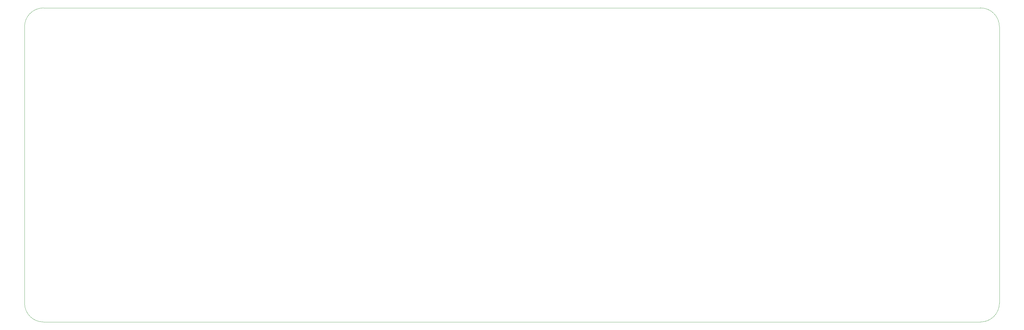
<source format=gm1>
G04 #@! TF.GenerationSoftware,KiCad,Pcbnew,7.0.7*
G04 #@! TF.CreationDate,2024-06-25T14:53:43-04:00*
G04 #@! TF.ProjectId,AOML_AB_3.0_reorganized-v3,414f4d4c-5f41-4425-9f33-2e305f72656f,3*
G04 #@! TF.SameCoordinates,Original*
G04 #@! TF.FileFunction,Profile,NP*
%FSLAX46Y46*%
G04 Gerber Fmt 4.6, Leading zero omitted, Abs format (unit mm)*
G04 Created by KiCad (PCBNEW 7.0.7) date 2024-06-25 14:53:43*
%MOMM*%
%LPD*%
G01*
G04 APERTURE LIST*
G04 #@! TA.AperFunction,Profile*
%ADD10C,0.100000*%
G04 #@! TD*
G04 APERTURE END LIST*
D10*
X58000000Y-86000000D02*
X356000000Y-86000000D01*
X362000000Y-92000000D02*
G75*
G03*
X356000000Y-86000000I-6000000J0D01*
G01*
X362000000Y-92000000D02*
X362000000Y-180000000D01*
X52000000Y-180000000D02*
X52000000Y-92000000D01*
X58000000Y-86000000D02*
G75*
G03*
X52000000Y-92000000I0J-6000000D01*
G01*
X356000000Y-186000000D02*
X58000000Y-186000000D01*
X356000000Y-186000000D02*
G75*
G03*
X362000000Y-180000000I0J6000000D01*
G01*
X52000000Y-180000000D02*
G75*
G03*
X58000000Y-186000000I6000000J0D01*
G01*
M02*

</source>
